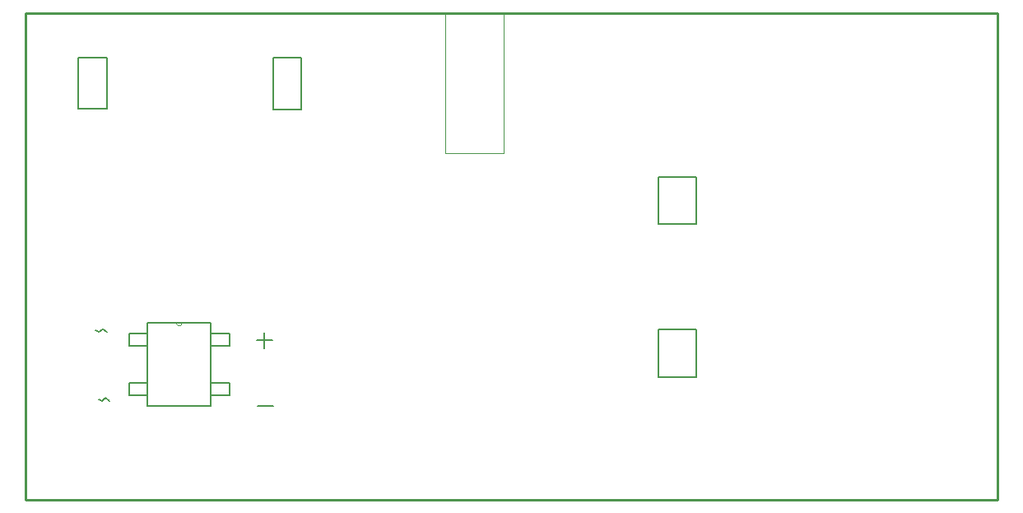
<source format=gm1>
G04*
G04 #@! TF.GenerationSoftware,Altium Limited,Altium Designer,18.0.12 (696)*
G04*
G04 Layer_Color=16711935*
%FSLAX43Y43*%
%MOMM*%
G71*
G01*
G75*
%ADD11C,0.000*%
%ADD13C,0.254*%
%ADD14C,0.127*%
%ADD16C,0.152*%
%ADD18C,0.198*%
D11*
X91895Y43567D02*
G03*
X92505Y43567I305J0D01*
G01*
X119606Y75509D02*
X125606D01*
X119606Y61009D02*
X125606D01*
Y75509D01*
X119606Y61009D02*
Y72809D01*
X119606Y71397D02*
Y75509D01*
X91895Y43567D02*
G03*
X92505Y43567I305J0D01*
G01*
X119606Y75509D02*
X125606D01*
X119606Y61009D02*
X125606D01*
Y75509D01*
X119606Y61009D02*
Y72809D01*
X119606Y71397D02*
Y75509D01*
D13*
X76403Y25400D02*
X176403D01*
Y75413D01*
X76403D02*
X176403D01*
X76403Y25400D02*
Y75413D01*
Y25400D02*
X176403D01*
Y75413D01*
X76403D02*
X176403D01*
X76403Y25400D02*
Y75413D01*
D14*
X141501Y37999D02*
Y42899D01*
X145401Y37999D02*
Y42899D01*
X141501D02*
X145401D01*
X141501Y37999D02*
X145401D01*
X141501Y53699D02*
X145401D01*
X141501Y58599D02*
X145401D01*
Y53699D02*
Y58599D01*
X141501Y53699D02*
Y58599D01*
X101850Y65500D02*
X104750D01*
X101850D02*
Y70800D01*
X104750D01*
Y65500D02*
Y70800D01*
X81850Y70850D02*
X84750D01*
Y65550D02*
Y70850D01*
X81850Y65550D02*
X84750D01*
X81850D02*
Y70850D01*
X141501Y37999D02*
Y42899D01*
X145401Y37999D02*
Y42899D01*
X141501D02*
X145401D01*
X141501Y37999D02*
X145401D01*
X141501Y53699D02*
X145401D01*
X141501Y58599D02*
X145401D01*
Y53699D02*
Y58599D01*
X141501Y53699D02*
Y58599D01*
X101850Y65500D02*
X104750D01*
X101850D02*
Y70800D01*
X104750D01*
Y65500D02*
Y70800D01*
X81850Y70850D02*
X84750D01*
Y65550D02*
Y70850D01*
X81850Y65550D02*
X84750D01*
X81850D02*
Y70850D01*
D16*
X95451Y41230D02*
Y42450D01*
X97356D01*
Y41230D02*
Y42450D01*
X95451Y41230D02*
X97356D01*
X95451Y36150D02*
Y37370D01*
X97356D01*
Y36150D02*
Y37370D01*
X95451Y36150D02*
X97356D01*
X88949D02*
Y37370D01*
X87044Y36150D02*
X88949D01*
X87044D02*
Y37370D01*
X88949D01*
Y41230D02*
Y42450D01*
X87044Y41230D02*
X88949D01*
X87044D02*
Y42450D01*
X88949D01*
Y35033D02*
X95451D01*
X88949D02*
Y43567D01*
X91895D01*
X92505D01*
X95451D01*
Y35033D02*
Y43567D01*
Y41230D02*
Y42450D01*
X97356D01*
Y41230D02*
Y42450D01*
X95451Y41230D02*
X97356D01*
X95451Y36150D02*
Y37370D01*
X97356D01*
Y36150D02*
Y37370D01*
X95451Y36150D02*
X97356D01*
X88949D02*
Y37370D01*
X87044Y36150D02*
X88949D01*
X87044D02*
Y37370D01*
X88949D01*
Y41230D02*
Y42450D01*
X87044Y41230D02*
X88949D01*
X87044D02*
Y42450D01*
X88949D01*
Y35033D02*
X95451D01*
X88949D02*
Y43567D01*
X91895D01*
X92505D01*
X95451D01*
Y35033D02*
Y43567D01*
D18*
X85061Y35564D02*
X84614Y35832D01*
X84257Y35564D01*
X83900Y35742D01*
X84764Y42657D02*
X84318Y42925D01*
X83961Y42657D01*
X83604Y42836D01*
X101865Y35038D02*
X100259D01*
X100989Y42569D02*
Y40962D01*
X101793Y41765D02*
X100186D01*
X85061Y35564D02*
X84614Y35832D01*
X84257Y35564D01*
X83900Y35742D01*
X84764Y42657D02*
X84318Y42925D01*
X83961Y42657D01*
X83604Y42836D01*
X101865Y35038D02*
X100259D01*
X100989Y42569D02*
Y40962D01*
X101793Y41765D02*
X100186D01*
M02*

</source>
